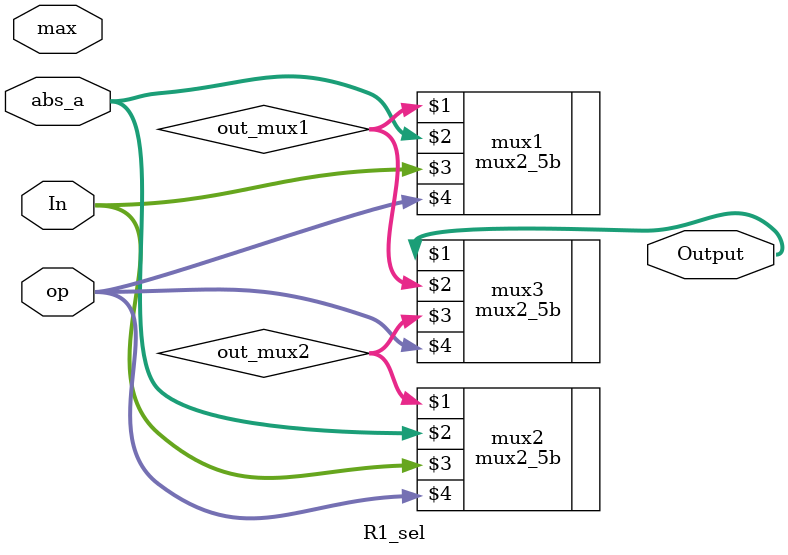
<source format=v>
module R1_sel(Output, abs_a, max, In, op);
	output [4:0] Output;
	input [4:0] abs_a, max, In;
	input [1:0] op;
	wire [4:0] out_mux1, out_mux2;
	mux2_5b mux1(out_mux1, abs_a, In, op);
	mux2_5b mux2(out_mux2, abs_a, In, op);
	mux2_5b mux3(Output, out_mux1, out_mux2, op);
endmodule
</source>
